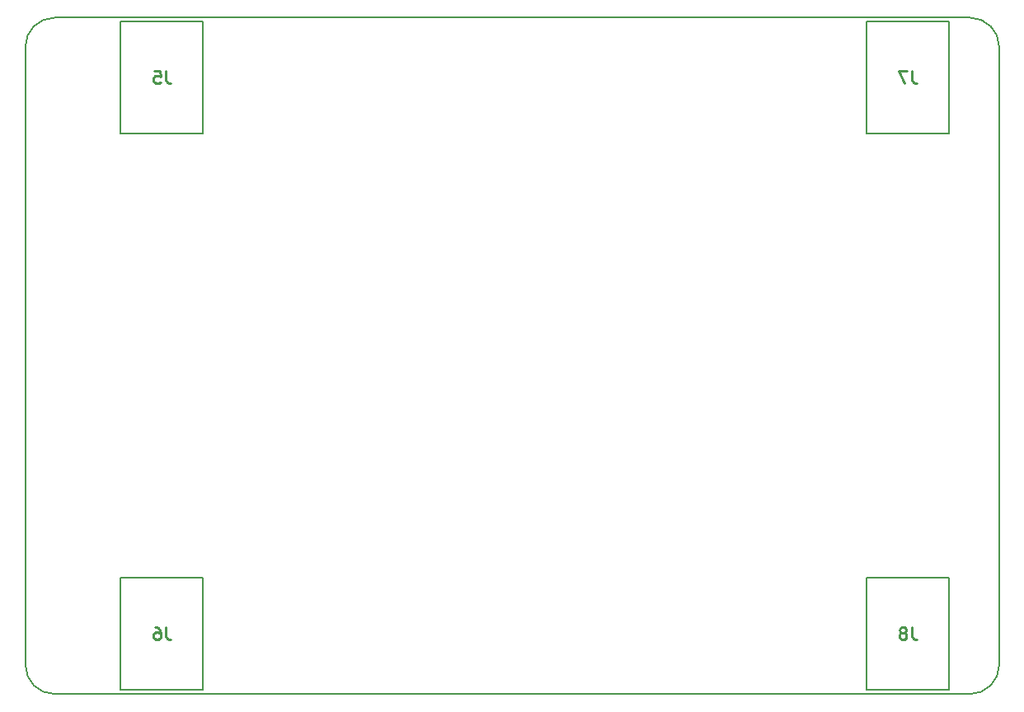
<source format=gbr>
%TF.GenerationSoftware,KiCad,Pcbnew,5.1.10*%
%TF.CreationDate,2021-07-27T11:18:45+02:00*%
%TF.ProjectId,lxbmc,6c78626d-632e-46b6-9963-61645f706362,rev?*%
%TF.SameCoordinates,Original*%
%TF.FileFunction,Other,Fab,Bot*%
%FSLAX45Y45*%
G04 Gerber Fmt 4.5, Leading zero omitted, Abs format (unit mm)*
G04 Created by KiCad (PCBNEW 5.1.10) date 2021-07-27 11:18:45*
%MOMM*%
%LPD*%
G01*
G04 APERTURE LIST*
%TA.AperFunction,Profile*%
%ADD10C,0.200000*%
%TD*%
%ADD11C,0.200000*%
%ADD12C,0.254000*%
G04 APERTURE END LIST*
D10*
X300000Y-6950000D02*
G75*
G02*
X0Y-6650000I0J300000D01*
G01*
X0Y-300000D02*
G75*
G02*
X300000Y0I300000J0D01*
G01*
X10000000Y-6650000D02*
G75*
G02*
X9700000Y-6950000I-300000J0D01*
G01*
X9700000Y0D02*
G75*
G02*
X10000000Y-300000I0J-300000D01*
G01*
X300000Y0D02*
X9700000Y0D01*
X0Y-6650000D02*
X0Y-300000D01*
X10000000Y-300000D02*
X10000000Y-6650000D01*
X9700000Y-6950000D02*
X300000Y-6950000D01*
D11*
X8635000Y-5758000D02*
X8635000Y-6908000D01*
X9485000Y-5758000D02*
X8635000Y-5758000D01*
X9485000Y-6908000D02*
X9485000Y-5758000D01*
X8635000Y-6908000D02*
X9485000Y-6908000D01*
X9485000Y-1192000D02*
X9485000Y-42000D01*
X8635000Y-1192000D02*
X9485000Y-1192000D01*
X8635000Y-42000D02*
X8635000Y-1192000D01*
X9485000Y-42000D02*
X8635000Y-42000D01*
X975000Y-5758000D02*
X975000Y-6908000D01*
X1825000Y-5758000D02*
X975000Y-5758000D01*
X1825000Y-6908000D02*
X1825000Y-5758000D01*
X975000Y-6908000D02*
X1825000Y-6908000D01*
X1825000Y-1192000D02*
X1825000Y-42000D01*
X975000Y-1192000D02*
X1825000Y-1192000D01*
X975000Y-42000D02*
X975000Y-1192000D01*
X1825000Y-42000D02*
X975000Y-42000D01*
D12*
X9102333Y-6263252D02*
X9102333Y-6353967D01*
X9108381Y-6372109D01*
X9120476Y-6384205D01*
X9138619Y-6390252D01*
X9150714Y-6390252D01*
X9023714Y-6317681D02*
X9035810Y-6311633D01*
X9041857Y-6305586D01*
X9047905Y-6293490D01*
X9047905Y-6287443D01*
X9041857Y-6275348D01*
X9035810Y-6269300D01*
X9023714Y-6263252D01*
X8999524Y-6263252D01*
X8987429Y-6269300D01*
X8981381Y-6275348D01*
X8975333Y-6287443D01*
X8975333Y-6293490D01*
X8981381Y-6305586D01*
X8987429Y-6311633D01*
X8999524Y-6317681D01*
X9023714Y-6317681D01*
X9035810Y-6323728D01*
X9041857Y-6329776D01*
X9047905Y-6341871D01*
X9047905Y-6366062D01*
X9041857Y-6378157D01*
X9035810Y-6384205D01*
X9023714Y-6390252D01*
X8999524Y-6390252D01*
X8987429Y-6384205D01*
X8981381Y-6378157D01*
X8975333Y-6366062D01*
X8975333Y-6341871D01*
X8981381Y-6329776D01*
X8987429Y-6323728D01*
X8999524Y-6317681D01*
X9102333Y-547652D02*
X9102333Y-638367D01*
X9108381Y-656510D01*
X9120476Y-668605D01*
X9138619Y-674652D01*
X9150714Y-674652D01*
X9053952Y-547652D02*
X8969286Y-547652D01*
X9023714Y-674652D01*
X1442333Y-6263252D02*
X1442333Y-6353967D01*
X1448381Y-6372109D01*
X1460476Y-6384205D01*
X1478619Y-6390252D01*
X1490714Y-6390252D01*
X1327429Y-6263252D02*
X1351619Y-6263252D01*
X1363714Y-6269300D01*
X1369762Y-6275348D01*
X1381857Y-6293490D01*
X1387905Y-6317681D01*
X1387905Y-6366062D01*
X1381857Y-6378157D01*
X1375810Y-6384205D01*
X1363714Y-6390252D01*
X1339524Y-6390252D01*
X1327429Y-6384205D01*
X1321381Y-6378157D01*
X1315333Y-6366062D01*
X1315333Y-6335824D01*
X1321381Y-6323728D01*
X1327429Y-6317681D01*
X1339524Y-6311633D01*
X1363714Y-6311633D01*
X1375810Y-6317681D01*
X1381857Y-6323728D01*
X1387905Y-6335824D01*
X1442333Y-547652D02*
X1442333Y-638367D01*
X1448381Y-656510D01*
X1460476Y-668605D01*
X1478619Y-674652D01*
X1490714Y-674652D01*
X1321381Y-547652D02*
X1381857Y-547652D01*
X1387905Y-608129D01*
X1381857Y-602081D01*
X1369762Y-596033D01*
X1339524Y-596033D01*
X1327429Y-602081D01*
X1321381Y-608129D01*
X1315333Y-620224D01*
X1315333Y-650462D01*
X1321381Y-662557D01*
X1327429Y-668605D01*
X1339524Y-674652D01*
X1369762Y-674652D01*
X1381857Y-668605D01*
X1387905Y-662557D01*
M02*

</source>
